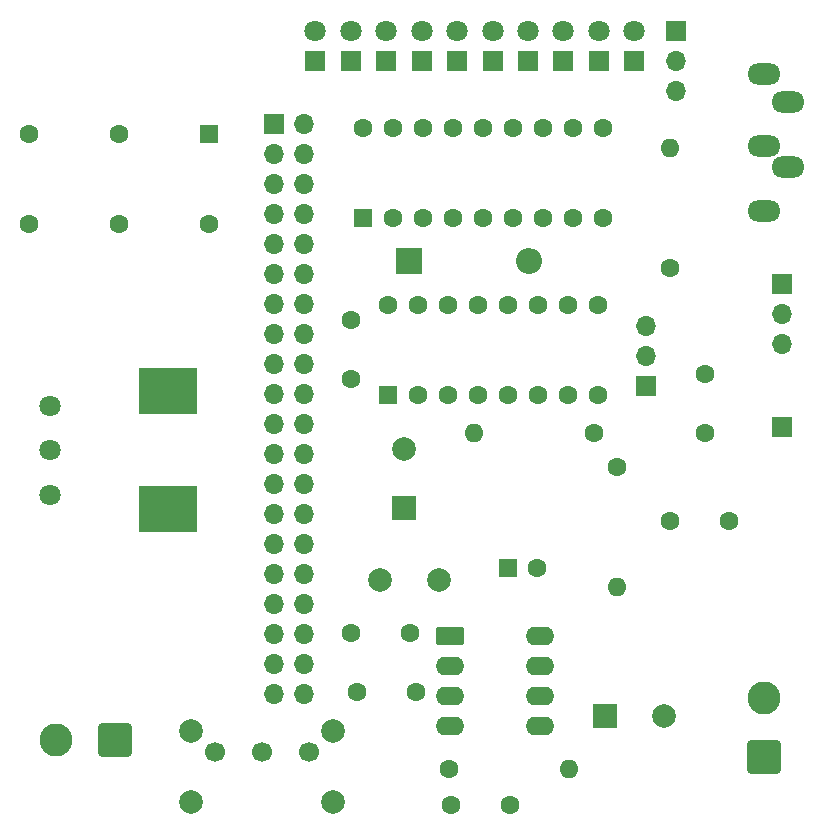
<source format=gbr>
%TF.GenerationSoftware,KiCad,Pcbnew,9.0.0*%
%TF.CreationDate,2025-04-10T20:17:47-05:00*%
%TF.ProjectId,SN76489AN_soundboard1,534e3736-3438-4394-914e-5f736f756e64,rev?*%
%TF.SameCoordinates,Original*%
%TF.FileFunction,Soldermask,Top*%
%TF.FilePolarity,Negative*%
%FSLAX46Y46*%
G04 Gerber Fmt 4.6, Leading zero omitted, Abs format (unit mm)*
G04 Created by KiCad (PCBNEW 9.0.0) date 2025-04-10 20:17:47*
%MOMM*%
%LPD*%
G01*
G04 APERTURE LIST*
G04 Aperture macros list*
%AMRoundRect*
0 Rectangle with rounded corners*
0 $1 Rounding radius*
0 $2 $3 $4 $5 $6 $7 $8 $9 X,Y pos of 4 corners*
0 Add a 4 corners polygon primitive as box body*
4,1,4,$2,$3,$4,$5,$6,$7,$8,$9,$2,$3,0*
0 Add four circle primitives for the rounded corners*
1,1,$1+$1,$2,$3*
1,1,$1+$1,$4,$5*
1,1,$1+$1,$6,$7*
1,1,$1+$1,$8,$9*
0 Add four rect primitives between the rounded corners*
20,1,$1+$1,$2,$3,$4,$5,0*
20,1,$1+$1,$4,$5,$6,$7,0*
20,1,$1+$1,$6,$7,$8,$9,0*
20,1,$1+$1,$8,$9,$2,$3,0*%
G04 Aperture macros list end*
%ADD10R,1.700000X1.700000*%
%ADD11R,1.600000X1.600000*%
%ADD12C,1.600000*%
%ADD13O,1.700000X1.700000*%
%ADD14O,1.600000X1.600000*%
%ADD15RoundRect,0.250000X0.550000X-0.550000X0.550000X0.550000X-0.550000X0.550000X-0.550000X-0.550000X0*%
%ADD16R,1.800000X1.800000*%
%ADD17C,1.800000*%
%ADD18RoundRect,0.250000X-0.950000X-0.550000X0.950000X-0.550000X0.950000X0.550000X-0.950000X0.550000X0*%
%ADD19O,2.400000X1.600000*%
%ADD20R,2.200000X2.200000*%
%ADD21O,2.200000X2.200000*%
%ADD22O,2.800000X1.800000*%
%ADD23C,2.000000*%
%ADD24R,2.000000X2.000000*%
%ADD25C,1.700000*%
%ADD26RoundRect,0.250001X1.149999X-1.149999X1.149999X1.149999X-1.149999X1.149999X-1.149999X-1.149999X0*%
%ADD27C,2.800000*%
%ADD28RoundRect,0.250001X1.149999X1.149999X-1.149999X1.149999X-1.149999X-1.149999X1.149999X-1.149999X0*%
%ADD29R,5.000000X4.000000*%
G04 APERTURE END LIST*
D10*
%TO.C,J4*%
X127000000Y-66000000D03*
%TD*%
D11*
%TO.C,Y1*%
X78500000Y-41190000D03*
D12*
X63260000Y-41190000D03*
X63260000Y-48810000D03*
X78500000Y-48810000D03*
%TD*%
D10*
%TO.C,JP2*%
X118000000Y-32475000D03*
D13*
X118000000Y-35015000D03*
X118000000Y-37555000D03*
%TD*%
D12*
%TO.C,R3*%
X98840000Y-95000000D03*
D14*
X109000000Y-95000000D03*
%TD*%
D11*
%TO.C,osc*%
X78500000Y-41190000D03*
D12*
X70880000Y-41190000D03*
X70880000Y-48810000D03*
X78500000Y-48810000D03*
%TD*%
%TO.C,C3*%
X91000000Y-88500000D03*
X96000000Y-88500000D03*
%TD*%
D15*
%TO.C,U2*%
X91545112Y-48305000D03*
D12*
X94085112Y-48305000D03*
X96625112Y-48305000D03*
X99165112Y-48305000D03*
X101705112Y-48305000D03*
X104245112Y-48305000D03*
X106785112Y-48305000D03*
X109325112Y-48305000D03*
X111865112Y-48305000D03*
X111865112Y-40685000D03*
X109325112Y-40685000D03*
X106785112Y-40685000D03*
X104245112Y-40685000D03*
X101705112Y-40685000D03*
X99165112Y-40685000D03*
X96625112Y-40685000D03*
X94085112Y-40685000D03*
X91545112Y-40685000D03*
%TD*%
D16*
%TO.C,D10*%
X114500000Y-35040000D03*
D17*
X114500000Y-32500000D03*
%TD*%
D18*
%TO.C,U1*%
X98880000Y-83690000D03*
D19*
X98880000Y-86230000D03*
X98880000Y-88770000D03*
X98880000Y-91310000D03*
X106500000Y-91310000D03*
X106500000Y-88770000D03*
X106500000Y-86230000D03*
X106500000Y-83690000D03*
%TD*%
D20*
%TO.C,D11*%
X95420000Y-52000000D03*
D21*
X105580000Y-52000000D03*
%TD*%
D12*
%TO.C,R2*%
X111080000Y-66500000D03*
D14*
X100920000Y-66500000D03*
%TD*%
D22*
%TO.C,J3*%
X127500000Y-44000000D03*
X125500000Y-42200000D03*
X125500000Y-36100000D03*
X127500000Y-38500000D03*
X125500000Y-47700000D03*
%TD*%
D11*
%TO.C,C6*%
X103794888Y-78000000D03*
D12*
X106294888Y-78000000D03*
%TD*%
%TO.C,C4*%
X90500000Y-83500000D03*
X95500000Y-83500000D03*
%TD*%
D23*
%TO.C,C2*%
X93000000Y-79000000D03*
X98000000Y-79000000D03*
%TD*%
D16*
%TO.C,D3*%
X93500000Y-35000000D03*
D17*
X93500000Y-32460000D03*
%TD*%
D15*
%TO.C,U4*%
X93610000Y-63305000D03*
D12*
X96150000Y-63305000D03*
X98690000Y-63305000D03*
X101230000Y-63305000D03*
X103770000Y-63305000D03*
X106310000Y-63305000D03*
X108850000Y-63305000D03*
X111390000Y-63305000D03*
X111390000Y-55685000D03*
X108850000Y-55685000D03*
X106310000Y-55685000D03*
X103770000Y-55685000D03*
X101230000Y-55685000D03*
X98690000Y-55685000D03*
X96150000Y-55685000D03*
X93610000Y-55685000D03*
%TD*%
%TO.C,R1*%
X113000000Y-69420000D03*
D14*
X113000000Y-79580000D03*
%TD*%
D12*
%TO.C,C9*%
X120500000Y-61500000D03*
X120500000Y-66500000D03*
%TD*%
D24*
%TO.C,C8*%
X112000000Y-90500000D03*
D23*
X117000000Y-90500000D03*
%TD*%
%TO.C,SW3*%
X77000000Y-91750000D03*
X77000000Y-97750000D03*
X89000000Y-91750000D03*
X89000000Y-97750000D03*
D25*
X79000000Y-93500000D03*
X83000000Y-93500000D03*
X87000000Y-93500000D03*
%TD*%
D26*
%TO.C,J1*%
X125467500Y-94000000D03*
D27*
X125467500Y-89000000D03*
%TD*%
D28*
%TO.C,J5*%
X70500000Y-92500000D03*
D27*
X65500000Y-92500000D03*
%TD*%
D12*
%TO.C,R4*%
X117500000Y-52580000D03*
D14*
X117500000Y-42420000D03*
%TD*%
D16*
%TO.C,D2*%
X90500000Y-35000000D03*
D17*
X90500000Y-32460000D03*
%TD*%
D12*
%TO.C,C10*%
X90500000Y-57000000D03*
X90500000Y-62000000D03*
%TD*%
D10*
%TO.C,JP1*%
X115500000Y-62525000D03*
D13*
X115500000Y-59985000D03*
X115500000Y-57445000D03*
%TD*%
D16*
%TO.C,D8*%
X108500000Y-35000000D03*
D17*
X108500000Y-32460000D03*
%TD*%
D16*
%TO.C,D6*%
X102500000Y-35000000D03*
D17*
X102500000Y-32460000D03*
%TD*%
D16*
%TO.C,D7*%
X105500000Y-35000000D03*
D17*
X105500000Y-32460000D03*
%TD*%
D10*
%TO.C,JP3*%
X127000000Y-53920000D03*
D13*
X127000000Y-56460000D03*
X127000000Y-59000000D03*
%TD*%
D16*
%TO.C,D4*%
X96500000Y-35000000D03*
D17*
X96500000Y-32460000D03*
%TD*%
D16*
%TO.C,D9*%
X111500000Y-35040000D03*
D17*
X111500000Y-32500000D03*
%TD*%
D24*
%TO.C,C1*%
X95000000Y-72867677D03*
D23*
X95000000Y-67867677D03*
%TD*%
D12*
%TO.C,C7*%
X99000000Y-98000000D03*
X104000000Y-98000000D03*
%TD*%
%TO.C,C5*%
X122500000Y-74000000D03*
X117500000Y-74000000D03*
%TD*%
D16*
%TO.C,D5*%
X99500000Y-35000000D03*
D17*
X99500000Y-32460000D03*
%TD*%
D16*
%TO.C,D1*%
X87500000Y-35000000D03*
D17*
X87500000Y-32460000D03*
%TD*%
D29*
%TO.C,RV1*%
X75062500Y-63000000D03*
X75062500Y-73000000D03*
D17*
X65062500Y-64250000D03*
X65062500Y-68000000D03*
X65062500Y-71750000D03*
%TD*%
D10*
%TO.C,J2*%
X83960000Y-40380000D03*
D13*
X86500000Y-40380000D03*
X83960000Y-42920000D03*
X86500000Y-42920000D03*
X83960000Y-45460000D03*
X86500000Y-45460000D03*
X83960000Y-48000000D03*
X86500000Y-48000000D03*
X83960000Y-50540000D03*
X86500000Y-50540000D03*
X83960000Y-53080000D03*
X86500000Y-53080000D03*
X83960000Y-55620000D03*
X86500000Y-55620000D03*
X83960000Y-58160000D03*
X86500000Y-58160000D03*
X83960000Y-60700000D03*
X86500000Y-60700000D03*
X83960000Y-63240000D03*
X86500000Y-63240000D03*
X83960000Y-65780000D03*
X86500000Y-65780000D03*
X83960000Y-68320000D03*
X86500000Y-68320000D03*
X83960000Y-70860000D03*
X86500000Y-70860000D03*
X83960000Y-73400000D03*
X86500000Y-73400000D03*
X83960000Y-75940000D03*
X86500000Y-75940000D03*
X83960000Y-78480000D03*
X86500000Y-78480000D03*
X83960000Y-81020000D03*
X86500000Y-81020000D03*
X83960000Y-83560000D03*
X86500000Y-83560000D03*
X83960000Y-86100000D03*
X86500000Y-86100000D03*
X83960000Y-88640000D03*
X86500000Y-88640000D03*
%TD*%
M02*

</source>
